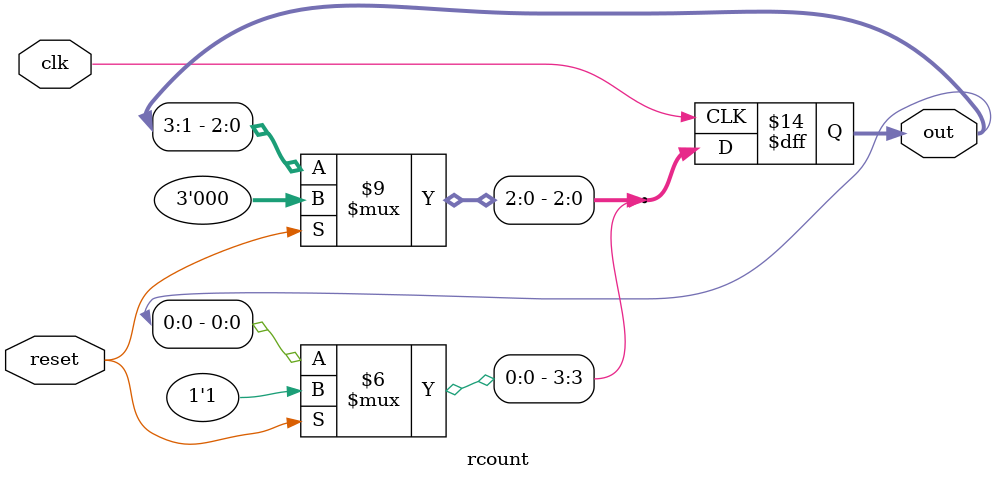
<source format=v>
`timescale 1ns / 1ps


module rcount(clk, out, reset);
input reset;
input clk;
output[3:0] out;

reg[3:0] out;
reg zto3;
initial out = 4'b1000;
always @(posedge clk) 
begin
    if (reset == 1)
        out = 4'b1000;
    else begin
     zto3 = out[0];
     out = (out >> 1);
     out[3] = zto3;
    end
 end
     
     
endmodule
</source>
